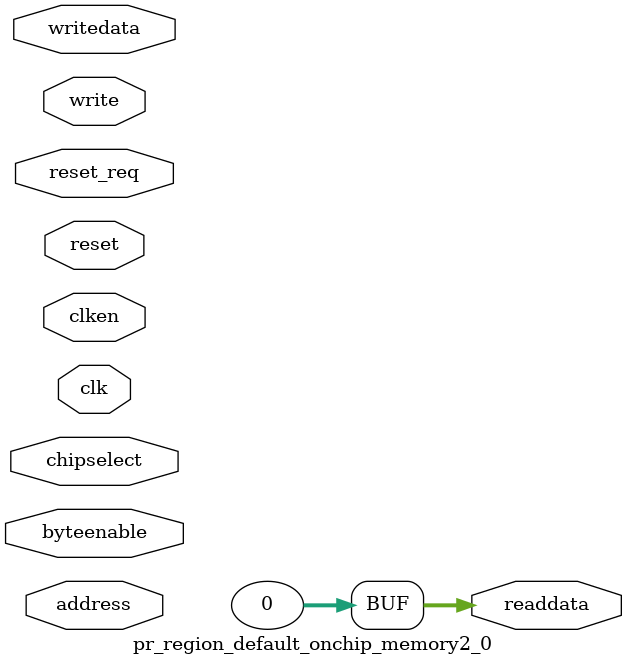
<source format=v>
module pr_region_default_onchip_memory2_0(	// file.cleaned.mlir:2:3
  input         clk,	// file.cleaned.mlir:2:52
                reset,	// file.cleaned.mlir:2:66
                reset_req,	// file.cleaned.mlir:2:82
  input  [6:0]  address,	// file.cleaned.mlir:2:102
  input         clken,	// file.cleaned.mlir:2:120
                chipselect,	// file.cleaned.mlir:2:136
                write,	// file.cleaned.mlir:2:157
  input  [31:0] writedata,	// file.cleaned.mlir:2:173
  input  [3:0]  byteenable,	// file.cleaned.mlir:2:194
  output [31:0] readdata	// file.cleaned.mlir:2:216
);

  assign readdata = 32'h0;	// file.cleaned.mlir:3:15, :4:5
endmodule


</source>
